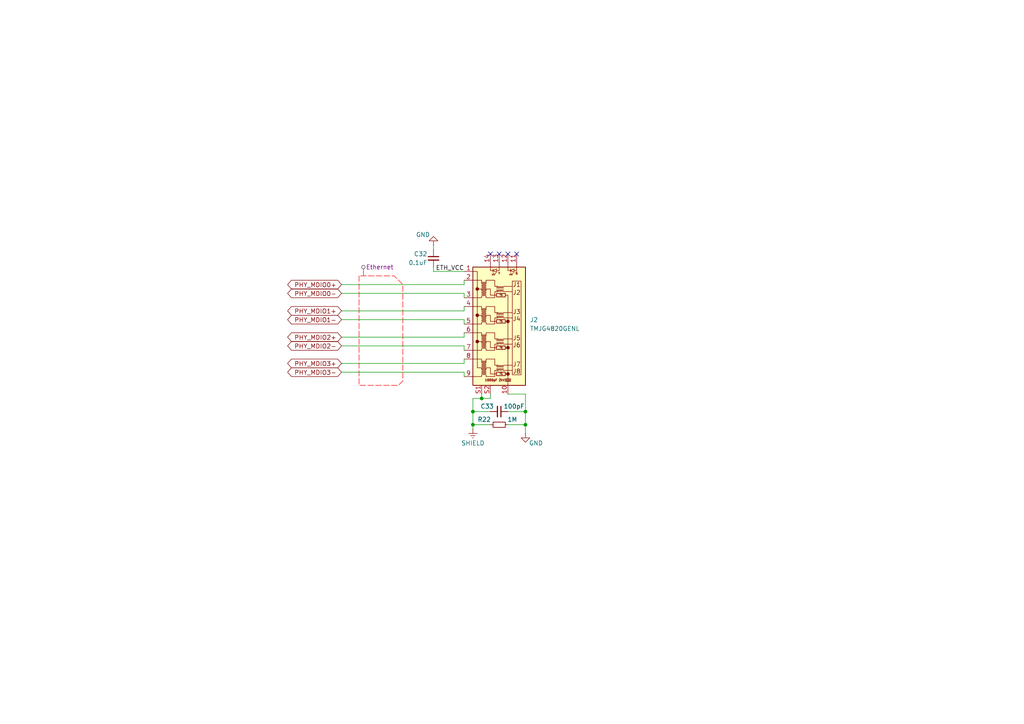
<source format=kicad_sch>
(kicad_sch (version 20250114) (generator "eeschema") (generator_version "9.0")
  (paper "A4")
  (title_block (title "4 channel ADC Module") (date "2025-04-18") (rev "0.1") (company "NOIRLab") (comment 1 "Design: Braulio Cancino Vera - braulio.cancino@noirlab.edu"))
  (lib_symbols
    (symbol "Device:C_Small" (pin_numbers (hide yes)) (pin_names (offset 0.254) (hide yes))
      (property "Reference" "C" (at 0.254 1.778 0))
      (property "Value" "C_Small" (at 0.254 -2.032 0))
      (symbol "C_Small_0_1"
        (polyline (pts (xy -1.524 0.508) (xy 1.524 0.508)) (stroke (width 0.3048)))
        (polyline (pts (xy -1.524 -0.508) (xy 1.524 -0.508)) (stroke (width 0.3302)))
      )
      (symbol "C_Small_1_1"
        (pin passive line (at 0 2.54 270) (length 2.032) (name "~") (number "1"))
        (pin passive line (at 0 -2.54 90) (length 2.032) (name "~") (number "2"))
      )
    )
    (symbol "Device:R_Small" (pin_numbers (hide yes)) (pin_names (offset 0.254) (hide yes))
      (property "Reference" "R" (at 0.762 0.508 0))
      (property "Value" "R_Small" (at 0.762 -1.016 0))
      (symbol "R_Small_0_1"
        (rectangle (start -0.762 1.778) (end 0.762 -1.778) (stroke (width 0.2032)))
      )
      (symbol "R_Small_1_1"
        (pin passive line (at 0 2.54 270) (length 0.762) (name "~") (number "1"))
        (pin passive line (at 0 -2.54 90) (length 0.762) (name "~") (number "2"))
      )
    )
    (symbol "lib:TMJG4820GENL" (pin_names (offset 0) (hide yes))
      (property "Reference" "J?" (at -0.254 -28.702 0))
      (property "Value" "TMJG4820GENL" (at 0.254 -30.988 0))
      (symbol "TMJG4820GENL_0_0"
        (circle (center -6.35 13.97) (radius 0.0001) (stroke (width 0.508)))
        (polyline (pts (xy -6.35 13.97) (xy -5.08 13.97)))
        (circle (center -6.35 6.35) (radius 0.0001) (stroke (width 0.508)))
        (circle (center -6.35 -1.27) (radius 0.0001) (stroke (width 0.508)))
        (polyline (pts (xy -6.35 -1.27) (xy -5.08 -1.27)))
        (polyline (pts (xy -5.08 6.35) (xy -6.35 6.35)))
        (polyline (pts (xy -0.762 12.192) (xy -2.54 12.192) (xy -2.54 13.97) (xy -3.81 13.97)))
        (polyline (pts (xy -0.762 4.572) (xy -2.54 4.572) (xy -2.54 6.35) (xy -3.81 6.35)))
        (polyline (pts (xy -0.762 -3.048) (xy -2.54 -3.048) (xy -2.54 -1.27) (xy -3.81 -1.27)))
        (polyline (pts (xy -0.762 -10.668) (xy -2.54 -10.668) (xy -2.54 -8.89) (xy -3.81 -8.89)))
        (polyline (pts (xy 1.27 14.732) (xy 3.81 14.732)))
        (polyline (pts (xy 1.27 13.208) (xy 3.81 13.208)))
        (polyline (pts (xy 1.27 7.112) (xy 3.81 7.112)))
        (polyline (pts (xy 1.27 5.588) (xy 3.81 5.588)))
        (polyline (pts (xy 1.27 -0.508) (xy 3.81 -0.508)))
        (polyline (pts (xy 1.27 -2.032) (xy 3.81 -2.032)))
        (polyline (pts (xy 1.27 -8.128) (xy 3.81 -8.128)))
        (polyline (pts (xy 1.27 -9.652) (xy 3.81 -9.652)))
        (polyline (pts (xy 1.778 -10.668) (xy 2.54 -10.668)))
        (circle (center 2.54 4.572) (radius 0.0001) (stroke (width 0.508)))
        (circle (center 2.54 -3.048) (radius 0.0001) (stroke (width 0.508)))
        (circle (center 2.54 -10.668) (radius 0.0001) (stroke (width 0.508)))
        (text "1000pF 2kV" (at -1.27 -12.446 0) (effects (font (size 0.635 0.635))))
        (text "75" (at 0.508 12.192 0) (effects (font (size 0.508 0.508))))
        (text "75" (at 0.508 4.572 0) (effects (font (size 0.508 0.508))))
        (text "75" (at 0.508 -3.048 0) (effects (font (size 0.508 0.508))))
        (text "75" (at 0.508 -10.668 0) (effects (font (size 0.508 0.508))))
        (text "J1" (at 5.08 15.24 0) (effects (font (size 1.27 1.27))))
        (text "J2" (at 5.08 12.954 0) (effects (font (size 1.27 1.27))))
        (text "J3" (at 5.08 7.366 0) (effects (font (size 1.27 1.27))))
        (text "J4" (at 5.08 5.334 0) (effects (font (size 1.27 1.27))))
        (text "J5" (at 5.08 -0.254 0) (effects (font (size 1.27 1.27))))
        (text "J6" (at 5.08 -2.286 0) (effects (font (size 1.27 1.27))))
        (text "J7" (at 5.08 -7.874 0) (effects (font (size 1.27 1.27))))
        (text "J8" (at 5.08 -9.906 0) (effects (font (size 1.27 1.27))))
      )
      (symbol "TMJG4820GENL_0_1"
        (polyline (pts (xy -7.62 19.05) (xy -6.35 19.05) (xy -6.35 -8.89) (xy -5.08 -8.89)))
        (circle (center -5.1054 15.748) (radius 0.0762) (stroke (width 0.0254)) (fill (type outline)))
        (circle (center -5.1054 13.716) (radius 0.0762) (stroke (width 0.0254)) (fill (type outline)))
        (circle (center -5.1054 8.128) (radius 0.0762) (stroke (width 0.0254)) (fill (type outline)))
        (circle (center -5.1054 6.096) (radius 0.0762) (stroke (width 0.0254)) (fill (type outline)))
        (circle (center -5.1054 0.508) (radius 0.0762) (stroke (width 0.0254)) (fill (type outline)))
        (circle (center -5.1054 -1.524) (radius 0.0762) (stroke (width 0.0254)) (fill (type outline)))
        (circle (center -5.1054 -7.112) (radius 0.0762) (stroke (width 0.0254)) (fill (type outline)))
        (circle (center -5.1054 -9.144) (radius 0.0762) (stroke (width 0.0254)) (fill (type outline)))
        (arc (start -5.08 16.002) (mid -4.827 15.748) (end -5.08 15.494))
        (arc (start -5.08 14.986) (mid -4.827 14.732) (end -5.08 14.478))
        (arc (start -5.08 14.478) (mid -4.827 14.224) (end -5.08 13.97))
        (arc (start -5.08 13.97) (mid -4.827 13.716) (end -5.08 13.462))
        (arc (start -5.08 13.462) (mid -4.827 13.208) (end -5.08 12.954))
        (arc (start -5.08 12.446) (mid -4.827 12.192) (end -5.08 11.938))
        (arc (start -5.08 8.382) (mid -4.827 8.128) (end -5.08 7.874))
        (arc (start -5.08 7.366) (mid -4.827 7.112) (end -5.08 6.858))
        (arc (start -5.08 6.858) (mid -4.827 6.604) (end -5.08 6.35))
        (arc (start -5.08 6.35) (mid -4.827 6.096) (end -5.08 5.842))
        (arc (start -5.08 5.842) (mid -4.827 5.588) (end -5.08 5.334))
        (arc (start -5.08 4.826) (mid -4.827 4.572) (end -5.08 4.318))
        (arc (start -5.08 0.762) (mid -4.827 0.508) (end -5.08 0.254))
        (arc (start -5.08 -0.254) (mid -4.827 -0.508) (end -5.08 -0.762))
        (arc (start -5.08 -0.762) (mid -4.827 -1.016) (end -5.08 -1.27))
        (arc (start -5.08 -1.27) (mid -4.827 -1.524) (end -5.08 -1.778))
        (arc (start -5.08 -1.778) (mid -4.827 -2.032) (end -5.08 -2.286))
        (arc (start -5.08 -2.794) (mid -4.827 -3.048) (end -5.08 -3.302))
        (arc (start -5.08 -6.858) (mid -4.827 -7.112) (end -5.08 -7.366))
        (arc (start -5.08 -7.874) (mid -4.827 -8.128) (end -5.08 -8.382))
        (arc (start -5.08 -8.382) (mid -4.827 -8.636) (end -5.08 -8.89))
        (arc (start -5.08 -8.89) (mid -4.827 -9.144) (end -5.08 -9.398))
        (arc (start -5.08 -9.398) (mid -4.827 -9.652) (end -5.08 -9.906))
        (arc (start -5.08 -10.414) (mid -4.827 -10.668) (end -5.08 -10.922))
        (polyline (pts (xy -5.08 16.002) (xy -5.08 16.51) (xy -7.62 16.51)))
        (arc (start -5.08 15.494) (mid -4.826 15.24) (end -5.08 14.986))
        (arc (start -5.08 12.954) (mid -4.826 12.7) (end -5.08 12.446))
        (polyline (pts (xy -5.08 11.938) (xy -5.08 11.43) (xy -7.62 11.43)))
        (polyline (pts (xy -5.08 8.382) (xy -5.08 8.89) (xy -7.62 8.89)))
        (arc (start -5.08 7.874) (mid -4.826 7.62) (end -5.08 7.366))
        (arc (start -5.08 5.334) (mid -4.826 5.08) (end -5.08 4.826))
        (polyline (pts (xy -5.08 4.318) (xy -5.08 3.81) (xy -7.62 3.81)))
        (polyline (pts (xy -5.08 0.762) (xy -5.08 1.27) (xy -7.62 1.27)))
        (arc (start -5.08 0.254) (mid -4.826 0) (end -5.08 -0.254))
        (arc (start -5.08 -2.286) (mid -4.826 -2.54) (end -5.08 -2.794))
        (polyline (pts (xy -5.08 -3.302) (xy -5.08 -3.81) (xy -7.62 -3.81)))
        (polyline (pts (xy -5.08 -6.858) (xy -5.08 -6.35) (xy -7.62 -6.35)))
        (arc (start -5.08 -7.366) (mid -4.826 -7.62) (end -5.08 -7.874))
        (arc (start -5.08 -9.906) (mid -4.826 -10.16) (end -5.08 -10.414))
        (polyline (pts (xy -5.08 -10.922) (xy -5.08 -11.43) (xy -7.62 -11.43)))
        (polyline (pts (xy -4.572 11.938) (xy -4.572 16.002)))
        (polyline (pts (xy -4.572 4.318) (xy -4.572 8.382)))
        (polyline (pts (xy -4.572 -3.302) (xy -4.572 0.762)))
        (polyline (pts (xy -4.572 -10.922) (xy -4.572 -6.858)))
        (polyline (pts (xy -4.318 16.002) (xy -4.318 11.938)))
        (polyline (pts (xy -4.318 8.382) (xy -4.318 4.318)))
        (polyline (pts (xy -4.318 0.762) (xy -4.318 -3.302)))
        (polyline (pts (xy -4.318 -6.858) (xy -4.318 -10.922)))
        (polyline (pts (xy -3.81 11.938) (xy -3.81 11.43) (xy -1.27 11.43) (xy -1.27 13.208) (xy -0.762 13.208)))
        (polyline (pts (xy -3.81 4.318) (xy -3.81 3.81) (xy -1.27 3.81) (xy -1.27 5.588) (xy -0.762 5.588)))
        (polyline (pts (xy -3.81 -3.302) (xy -3.81 -3.81) (xy -1.27 -3.81) (xy -1.27 -2.032) (xy -0.762 -2.032)))
        (polyline (pts (xy -3.81 -10.922) (xy -3.81 -11.43) (xy -1.27 -11.43) (xy -1.27 -9.652) (xy -0.762 -9.652)))
        (arc (start -3.81 15.494) (mid -4.063 15.748) (end -3.81 16.002))
        (arc (start -3.81 14.986) (mid -4.063 15.24) (end -3.81 15.494))
        (arc (start -3.81 14.478) (mid -4.063 14.732) (end -3.81 14.986))
        (arc (start -3.81 13.97) (mid -4.063 14.224) (end -3.81 14.478))
        (arc (start -3.81 13.462) (mid -4.063 13.716) (end -3.81 13.97))
        (arc (start -3.81 12.954) (mid -4.063 13.208) (end -3.81 13.462))
        (arc (start -3.81 12.446) (mid -4.063 12.7) (end -3.81 12.954))
        (arc (start -3.81 11.938) (mid -4.063 12.192) (end -3.81 12.446))
        (arc (start -3.81 7.874) (mid -4.063 8.128) (end -3.81 8.382))
        (arc (start -3.81 7.366) (mid -4.063 7.62) (end -3.81 7.874))
        (arc (start -3.81 6.858) (mid -4.063 7.112) (end -3.81 7.366))
        (arc (start -3.81 6.35) (mid -4.063 6.604) (end -3.81 6.858))
        (arc (start -3.81 5.842) (mid -4.063 6.096) (end -3.81 6.35))
        (arc (start -3.81 5.334) (mid -4.063 5.588) (end -3.81 5.842))
        (arc (start -3.81 4.826) (mid -4.063 5.08) (end -3.81 5.334))
        (arc (start -3.81 4.318) (mid -4.063 4.572) (end -3.81 4.826))
        (arc (start -3.81 0.254) (mid -4.063 0.508) (end -3.81 0.762))
        (arc (start -3.81 -0.254) (mid -4.063 0) (end -3.81 0.254))
        (arc (start -3.81 -0.762) (mid -4.063 -0.508) (end -3.81 -0.254))
        (arc (start -3.81 -1.27) (mid -4.063 -1.016) (end -3.81 -0.762))
        (arc (start -3.81 -1.778) (mid -4.063 -1.524) (end -3.81 -1.27))
        (arc (start -3.81 -2.286) (mid -4.063 -2.032) (end -3.81 -1.778))
        (arc (start -3.81 -2.794) (mid -4.063 -2.54) (end -3.81 -2.286))
        (arc (start -3.81 -3.302) (mid -4.063 -3.048) (end -3.81 -2.794))
        (arc (start -3.81 -7.366) (mid -4.063 -7.112) (end -3.81 -6.858))
        (arc (start -3.81 -7.874) (mid -4.063 -7.62) (end -3.81 -7.366))
        (arc (start -3.81 -8.382) (mid -4.063 -8.128) (end -3.81 -7.874))
        (arc (start -3.81 -8.89) (mid -4.063 -8.636) (end -3.81 -8.382))
        (arc (start -3.81 -9.398) (mid -4.063 -9.144) (end -3.81 -8.89))
        (arc (start -3.81 -9.906) (mid -4.063 -9.652) (end -3.81 -9.398))
        (arc (start -3.81 -10.414) (mid -4.063 -10.16) (end -3.81 -9.906))
        (arc (start -3.81 -10.922) (mid -4.063 -10.668) (end -3.81 -10.414))
        (circle (center -3.7846 15.748) (radius 0.0762) (stroke (width 0.0254)) (fill (type outline)))
        (circle (center -3.7846 13.716) (radius 0.0762) (stroke (width 0.0254)) (fill (type outline)))
        (circle (center -3.7846 8.128) (radius 0.0762) (stroke (width 0.0254)) (fill (type outline)))
        (circle (center -3.7846 6.096) (radius 0.0762) (stroke (width 0.0254)) (fill (type outline)))
        (circle (center -3.7846 0.508) (radius 0.0762) (stroke (width 0.0254)) (fill (type outline)))
        (circle (center -3.7846 -1.524) (radius 0.0762) (stroke (width 0.0254)) (fill (type outline)))
        (circle (center -3.7846 -7.112) (radius 0.0762) (stroke (width 0.0254)) (fill (type outline)))
        (circle (center -3.7846 -9.144) (radius 0.0762) (stroke (width 0.0254)) (fill (type outline)))
        (polyline (pts (xy -2.54 21.59) (xy -2.54 19.304) (xy -1.778 19.304)))
        (polyline (pts (xy -2.032 18.288) (xy -2.032 18.034) (xy -1.778 18.034)))
        (polyline (pts (xy -2.032 18.034) (xy -1.524 18.542)))
        (polyline (pts (xy -1.778 19.812) (xy -1.778 18.796)))
        (polyline (pts (xy -1.778 19.304) (xy -0.762 19.812) (xy -0.762 18.796) (xy -1.778 19.304)))
        (polyline (pts (xy -1.524 18.288) (xy -1.524 18.034) (xy -1.27 18.034)))
        (polyline (pts (xy -1.524 18.034) (xy -1.016 18.542)))
        (polyline (pts (xy -0.762 14.732) (xy -1.27 14.732) (xy -1.27 16.51) (xy -3.81 16.51) (xy -3.81 16.002)))
        (polyline (pts (xy -0.762 14.224) (xy 1.27 14.224)))
        (polyline (pts (xy -0.762 7.112) (xy -1.27 7.112) (xy -1.27 8.89) (xy -3.81 8.89) (xy -3.81 8.382)))
        (polyline (pts (xy -0.762 6.604) (xy 1.27 6.604)))
        (polyline (pts (xy -0.762 -0.508) (xy -1.27 -0.508) (xy -1.27 1.27) (xy -3.81 1.27) (xy -3.81 0.762)))
        (polyline (pts (xy -0.762 -1.016) (xy 1.27 -1.016)))
        (polyline (pts (xy -0.762 -8.128) (xy -1.27 -8.128) (xy -1.27 -6.35) (xy -3.81 -6.35) (xy -3.81 -6.858)))
        (polyline (pts (xy -0.762 -8.636) (xy 1.27 -8.636)))
        (circle (center -0.508 14.7574) (radius 0.0762) (stroke (width 0.0254)) (fill (type outline)))
        (arc (start -0.254 14.732) (mid -0.508 14.4791) (end -0.762 14.732))
        (arc (start -0.762 13.208) (mid -0.508 13.4609) (end -0.254 13.208))
        (circle (center -0.508 13.1826) (radius 0.0762) (stroke (width 0.0254)) (fill (type outline)))
        (circle (center -0.508 7.1374) (radius 0.0762) (stroke (width 0.0254)) (fill (type outline)))
        (arc (start -0.254 7.112) (mid -0.508 6.8591) (end -0.762 7.112))
        (arc (start -0.762 5.588) (mid -0.508 5.8409) (end -0.254 5.588))
        (circle (center -0.508 5.5626) (radius 0.0762) (stroke (width 0.0254)) (fill (type outline)))
        (circle (center -0.508 -0.4826) (radius 0.0762) (stroke (width 0.0254)) (fill (type outline)))
        (arc (start -0.254 -0.508) (mid -0.508 -0.7609) (end -0.762 -0.508))
        (arc (start -0.762 -2.032) (mid -0.508 -1.7791) (end -0.254 -2.032))
        (circle (center -0.508 -2.0574) (radius 0.0762) (stroke (width 0.0254)) (fill (type outline)))
        (circle (center -0.508 -8.1026) (radius 0.0762) (stroke (width 0.0254)) (fill (type outline)))
        (arc (start -0.254 -8.128) (mid -0.508 -8.3809) (end -0.762 -8.128))
        (arc (start -0.762 -9.652) (mid -0.508 -9.3991) (end -0.254 -9.652))
        (circle (center -0.508 -9.6774) (radius 0.0762) (stroke (width 0.0254)) (fill (type outline)))
        (polyline (pts (xy 0 21.59) (xy 0 19.304) (xy -0.762 19.304)))
        (arc (start 0.254 14.732) (mid 0 14.4791) (end -0.254 14.732))
        (arc (start -0.254 13.208) (mid 0 13.4609) (end 0.254 13.208))
        (arc (start 0.254 7.112) (mid 0 6.8591) (end -0.254 7.112))
        (arc (start -0.254 5.588) (mid 0 5.8409) (end 0.254 5.588))
        (arc (start 0.254 -0.508) (mid 0 -0.7609) (end -0.254 -0.508))
        (arc (start -0.254 -2.032) (mid 0 -1.7791) (end 0.254 -2.032))
        (arc (start 0.254 -8.128) (mid 0 -8.3809) (end -0.254 -8.128))
        (arc (start -0.254 -9.652) (mid 0 -9.3991) (end 0.254 -9.652))
        (arc (start 0.762 14.732) (mid 0.508 14.4791) (end 0.254 14.732))
        (arc (start 0.254 13.208) (mid 0.508 13.4609) (end 0.762 13.208))
        (arc (start 0.762 7.112) (mid 0.508 6.8591) (end 0.254 7.112))
        (arc (start 0.254 5.588) (mid 0.508 5.8409) (end 0.762 5.588))
        (arc (start 0.762 -0.508) (mid 0.508 -0.7609) (end 0.254 -0.508))
        (arc (start 0.254 -2.032) (mid 0.508 -1.7791) (end 0.762 -2.032))
        (arc (start 0.762 -8.128) (mid 0.508 -8.3809) (end 0.254 -8.128))
        (arc (start 0.254 -9.652) (mid 0.508 -9.3991) (end 0.762 -9.652))
        (arc (start 1.27 14.732) (mid 1.016 14.4791) (end 0.762 14.732))
        (arc (start 0.762 13.208) (mid 1.016 13.4609) (end 1.27 13.208))
        (arc (start 1.27 7.112) (mid 1.016 6.8591) (end 0.762 7.112))
        (arc (start 0.762 5.588) (mid 1.016 5.8409) (end 1.27 5.588))
        (arc (start 1.27 -0.508) (mid 1.016 -0.7609) (end 0.762 -0.508))
        (arc (start 0.762 -2.032) (mid 1.016 -1.7791) (end 1.27 -2.032))
        (arc (start 1.27 -8.128) (mid 1.016 -8.3809) (end 0.762 -8.128))
        (arc (start 0.762 -9.652) (mid 1.016 -9.3991) (end 1.27 -9.652))
        (polyline (pts (xy 1.27 13.716) (xy -0.762 13.716)))
        (polyline (pts (xy 1.27 6.096) (xy -0.762 6.096)))
        (polyline (pts (xy 1.27 -1.524) (xy -0.762 -1.524)))
        (polyline (pts (xy 1.27 -9.144) (xy -0.762 -9.144)))
        (rectangle (start 1.778 11.684) (end -0.762 12.7) (stroke (width 0.2032)))
        (rectangle (start 1.778 4.064) (end -0.762 5.08) (stroke (width 0.2032)))
        (polyline (pts (xy 1.778 -3.048) (xy 2.54 -3.048)))
        (rectangle (start 1.778 -3.556) (end -0.762 -2.54) (stroke (width 0.2032)))
        (rectangle (start 1.778 -11.176) (end -0.762 -10.16) (stroke (width 0.2032)))
        (polyline (pts (xy 2.54 21.59) (xy 2.54 19.304) (xy 3.302 19.304)))
        (polyline (pts (xy 2.54 4.572) (xy 1.778 4.572)))
        (polyline (pts (xy 2.54 -12.192) (xy 2.54 12.192) (xy 1.778 12.192)))
        (polyline (pts (xy 2.54 -13.97) (xy 2.54 -12.7)))
        (polyline (pts (xy 3.048 18.288) (xy 3.048 18.034) (xy 3.302 18.034)))
        (polyline (pts (xy 3.048 18.034) (xy 3.556 18.542)))
        (polyline (pts (xy 3.302 19.812) (xy 3.302 18.796)))
        (polyline (pts (xy 3.302 19.304) (xy 4.318 19.812) (xy 4.318 18.796) (xy 3.302 19.304)))
        (polyline (pts (xy 3.302 -12.192) (xy 1.778 -12.192)) (stroke (width 0.3048)))
        (polyline (pts (xy 3.302 -12.7) (xy 1.778 -12.7)) (stroke (width 0.3302)))
        (polyline (pts (xy 3.556 18.288) (xy 3.556 18.034) (xy 3.81 18.034)))
        (polyline (pts (xy 3.556 18.034) (xy 4.064 18.542)))
        (rectangle (start 3.81 -10.922) (end 6.35 16.256))
        (polyline (pts (xy 5.08 21.59) (xy 5.08 19.304) (xy 4.318 19.304)))
        (rectangle (start 7.62 20.32) (end -7.62 -13.97) (stroke (width 0.254)) (fill (type background)))
      )
      (symbol "TMJG4820GENL_1_1"
        (text "Y" (at 0 18.542 0) (effects (font (size 0.635 0.635))))
        (text "G" (at 5.08 18.542 0) (effects (font (size 0.635 0.635))))
        (pin passive line (at -10.16 19.05 0) (length 2.54) (name "VCC") (number "1"))
        (pin passive line (at -10.16 16.51 0) (length 2.54) (name "TD0+") (number "2"))
        (pin passive line (at -10.16 11.43 0) (length 2.54) (name "TD0-") (number "3"))
        (pin passive line (at -10.16 8.89 0) (length 2.54) (name "TD1+") (number "4"))
        (pin passive line (at -10.16 3.81 0) (length 2.54) (name "TD1-") (number "5"))
        (pin passive line (at -10.16 1.27 0) (length 2.54) (name "TD2+") (number "6"))
        (pin passive line (at -10.16 -3.81 0) (length 2.54) (name "TD2-") (number "7"))
        (pin passive line (at -10.16 -6.35 0) (length 2.54) (name "TD3+") (number "8"))
        (pin passive line (at -10.16 -11.43 0) (length 2.54) (name "TD3-") (number "9"))
        (pin passive line (at -5.08 -16.51 90) (length 2.54) (name "SHIELD") (number "S1"))
        (pin passive line (at -2.54 24.13 270) (length 2.54) (name "~") (number "14"))
        (pin passive line (at -2.54 -16.51 90) (length 2.54) (name "SHIELD") (number "S2"))
        (pin passive line (at 0 24.13 270) (length 2.54) (name "~") (number "13"))
        (pin passive line (at 2.54 24.13 270) (length 2.54) (name "~") (number "12"))
        (pin power_in line (at 2.54 -16.51 90) (length 2.54) (name "GND") (number "10"))
        (pin passive line (at 5.08 24.13 270) (length 2.54) (name "~") (number "11"))
      )
    )
    (symbol "power:Earth" (power) (pin_numbers (hide yes)) (pin_names (offset 0) (hide yes))
      (property "Value" "Earth" (at 0 -3.81 0))
      (symbol "Earth_0_1"
        (polyline (pts (xy -0.635 -1.905) (xy 0.635 -1.905)))
        (polyline (pts (xy -0.127 -2.54) (xy 0.127 -2.54)))
        (polyline (pts (xy 0 -1.27) (xy 0 0)))
        (polyline (pts (xy 1.27 -1.27) (xy -1.27 -1.27)))
      )
      (symbol "Earth_1_1"
        (pin power_in line (at 0 0 270) (length 0) (name "~") (number "1"))
      )
    )
    (symbol "power:GND" (power) (pin_numbers (hide yes)) (pin_names (offset 0) (hide yes))
      (property "Value" "GND" (at 0 -3.81 0))
      (symbol "GND_0_1"
        (polyline (pts (xy 0 0) (xy 0 -1.27) (xy 1.27 -1.27) (xy 0 -2.54) (xy -1.27 -1.27) (xy 0 -1.27)))
      )
      (symbol "GND_1_1"
        (pin power_in line (at 0 0 270) (length 0) (name "~") (number "1"))
      )
    )
  )
  (junction (at 137.16 123.19))
  (junction (at 139.7 115.57))
  (junction (at 137.16 119.38))
  (junction (at 152.4 119.38))
  (junction (at 152.4 123.19))
  (no_connect (at 142.24 73.66))
  (no_connect (at 147.32 73.66))
  (no_connect (at 144.78 73.66))
  (no_connect (at 149.86 73.66))
  (wire (pts (xy 134.62 92.71) (xy 134.62 93.98)))
  (wire (pts (xy 137.16 119.38) (xy 142.24 119.38)))
  (wire (pts (xy 142.24 115.57) (xy 139.7 115.57)))
  (wire (pts (xy 137.16 115.57) (xy 139.7 115.57)))
  (wire (pts (xy 137.16 123.19) (xy 137.16 124.46)))
  (wire (pts (xy 99.06 85.09) (xy 134.62 85.09)))
  (wire (pts (xy 134.62 107.95) (xy 134.62 109.22)))
  (wire (pts (xy 134.62 82.55) (xy 134.62 81.28)))
  (wire (pts (xy 134.62 100.33) (xy 134.62 101.6)))
  (wire (pts (xy 134.62 90.17) (xy 134.62 88.9)))
  (wire (pts (xy 125.73 78.74) (xy 134.62 78.74)))
  (wire (pts (xy 137.16 123.19) (xy 142.24 123.19)))
  (wire (pts (xy 134.62 107.95) (xy 99.06 107.95)))
  (wire (pts (xy 125.73 71.12) (xy 125.73 72.39)))
  (wire (pts (xy 139.7 114.3) (xy 139.7 115.57)))
  (wire (pts (xy 125.73 78.74) (xy 125.73 77.47)))
  (wire (pts (xy 134.62 105.41) (xy 99.06 105.41)))
  (wire (pts (xy 134.62 100.33) (xy 99.06 100.33)))
  (wire (pts (xy 152.4 114.3) (xy 147.32 114.3)))
  (wire (pts (xy 152.4 119.38) (xy 152.4 123.19)))
  (wire (pts (xy 134.62 82.55) (xy 99.06 82.55)))
  (wire (pts (xy 137.16 119.38) (xy 137.16 123.19)))
  (wire (pts (xy 152.4 114.3) (xy 152.4 119.38)))
  (wire (pts (xy 134.62 105.41) (xy 134.62 104.14)))
  (wire (pts (xy 134.62 92.71) (xy 99.06 92.71)))
  (wire (pts (xy 134.62 85.09) (xy 134.62 86.36)))
  (wire (pts (xy 147.32 119.38) (xy 152.4 119.38)))
  (wire (pts (xy 134.62 97.79) (xy 99.06 97.79)))
  (wire (pts (xy 134.62 90.17) (xy 99.06 90.17)))
  (wire (pts (xy 137.16 115.57) (xy 137.16 119.38)))
  (wire (pts (xy 134.62 97.79) (xy 134.62 96.52)))
  (wire (pts (xy 152.4 123.19) (xy 152.4 125.73)))
  (wire (pts (xy 142.24 114.3) (xy 142.24 115.57)))
  (wire (pts (xy 147.32 123.19) (xy 152.4 123.19)))
  (label "ETH_VCC" (at 134.62 78.74 180))
  (global_label "PHY_MDIO1+" (shape bidirectional) (at 99.06 90.17 180) (property "Intersheetrefs" "${INTERSHEET_REFS}" (effects (hide yes))))
  (global_label "PHY_MDIO2+" (shape bidirectional) (at 99.06 97.79 180) (property "Intersheetrefs" "${INTERSHEET_REFS}" (effects (hide yes))))
  (global_label "PHY_MDIO2-" (shape bidirectional) (at 99.06 100.33 180) (property "Intersheetrefs" "${INTERSHEET_REFS}" (effects (hide yes))))
  (global_label "PHY_MDIO0+" (shape bidirectional) (at 99.06 82.55 180) (property "Intersheetrefs" "${INTERSHEET_REFS}" (effects (hide yes))))
  (global_label "PHY_MDIO1-" (shape bidirectional) (at 99.06 92.71 180) (property "Intersheetrefs" "${INTERSHEET_REFS}" (effects (hide yes))))
  (global_label "PHY_MDIO0-" (shape bidirectional) (at 99.06 85.09 180) (property "Intersheetrefs" "${INTERSHEET_REFS}" (effects (hide yes))))
  (global_label "PHY_MDIO3+" (shape bidirectional) (at 99.06 105.41 180) (property "Intersheetrefs" "${INTERSHEET_REFS}" (effects (hide yes))))
  (global_label "PHY_MDIO3-" (shape bidirectional) (at 99.06 107.95 180) (property "Intersheetrefs" "${INTERSHEET_REFS}" (effects (hide yes))))
  (rule_area (polyline (pts (xy 104.14 80.01) (xy 104.14 111.76) (xy 115.57 111.76) (xy 116.84 110.49) (xy 116.84 82.55) (xy 114.3 80.01)) (stroke (width 0) (type dash))))
  (netclass_flag "" (length 2.54) (shape round) (at 105.41 80.01 0) (property "Netclass" "Ethernet" (at 106.1085 77.47 0) (effects (justify left))))
  (symbol (lib_id "lib:TMJG4820GENL") (at 144.78 97.79 0) (unit 1)
    (property "Reference" "J2" (at 153.67 92.7734 0) (effects (justify left)))
    (property "Value" "TMJG4820GENL" (at 153.67 95.3134 0) (effects (justify left)))
    (property "Footprint" "lib:TMJG4820GENL" (effects (hide yes)))
    (property "Description" "1 Port RJ45Through Hole 1G Base-T, AutoMDIX" (effects (hide yes)))
    (property "M" "TAOGLAS" (effects (hide yes)))
    (property "MPN" "TMJG4820GENL" (effects (hide yes)))
  )
  (symbol (lib_id "Device:C_Small") (at 144.78 119.38 270) (unit 1)
    (property "Reference" "C33" (at 143.256 117.856 90) (effects (justify right)))
    (property "Value" "100pF" (at 146.05 117.856 90) (effects (justify left)))
    (property "Footprint" "Capacitor_SMD:C_0805_2012Metric" (effects (hide yes)))
    (property "Description" "100 pF ±10% 1000V (1kV) Ceramic Capacitor X7R 0805 (2012 Metric)" (effects (hide yes)))
    (property "M" "WURTH" (effects (hide yes)))
    (property "MPN" "885342207015" (effects (hide yes)))
  )
  (symbol (lib_id "power:GND") (at 152.4 125.73 0) (unit 1)
    (property "Reference" "#PWR038" (effects (hide yes)))
    (property "Value" "GND" (at 155.448 128.524 0))
    (property "Description" "Power symbol creates a global label with name \"GND\" , ground" (effects (hide yes)))
  )
  (symbol (lib_id "power:Earth") (at 137.16 124.46 0) (unit 1)
    (property "Reference" "#PWR037" (effects (hide yes)))
    (property "Value" "SHIELD" (at 137.16 128.524 0))
    (property "Description" "Power symbol creates a global label with name \"Earth\"" (effects (hide yes)))
  )
  (symbol (lib_id "power:GND") (at 125.73 71.12 180) (unit 1)
    (property "Reference" "#PWR036" (effects (hide yes)))
    (property "Value" "GND" (at 122.682 68.072 0))
    (property "Description" "Power symbol creates a global label with name \"GND\" , ground" (effects (hide yes)))
  )
  (symbol (lib_id "Device:R_Small") (at 144.78 123.19 90) (unit 1)
    (property "Reference" "R22" (at 140.462 121.666 90))
    (property "Value" "1M" (at 148.59 121.666 90))
    (property "Footprint" "Resistor_SMD:R_1206_3216Metric" (effects (hide yes)))
    (property "Description" "1 MOhms ±5% 0.75W, 3/4W Chip Resistor 1206 (3216 Metric) Automotive AEC-Q200, Pulse Withstanding Thick Film" (effects (hide yes)))
    (property "M" "VISHAY" (effects (hide yes)))
    (property "MPN" "CRCW12061M00JNEAHP" (effects (hide yes)))
  )
  (symbol (lib_id "Device:C_Small") (at 125.73 74.93 0) (mirror y) (unit 1)
    (property "Reference" "C32" (at 123.952 73.66 0) (effects (justify left)))
    (property "Value" "0.1uF" (at 123.952 76.2 0) (effects (justify left)))
    (property "Footprint" "Capacitor_SMD:C_0402_1005Metric" (effects (hide yes)))
    (property "Description" "0.1 µF ±10% 50V Ceramic Capacitor X7R 0402 (1005 Metric)" (effects (hide yes)))
    (property "M" "MURATA" (effects (hide yes)))
    (property "MPN" "GCM155R71H104KE02J" (effects (hide yes)))
  )
)
</source>
